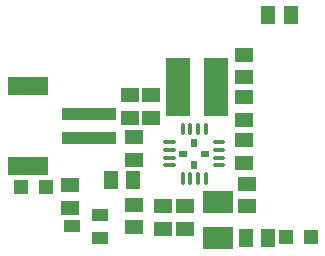
<source format=gbr>
G04 EAGLE Gerber RS-274X export*
G75*
%MOMM*%
%FSLAX34Y34*%
%LPD*%
%INSolderpaste Top*%
%IPPOS*%
%AMOC8*
5,1,8,0,0,1.08239X$1,22.5*%
G01*
%ADD10C,0.350000*%
%ADD11R,0.600000X0.700000*%
%ADD12R,0.700000X0.600000*%
%ADD13R,2.000000X5.000000*%
%ADD14R,1.500000X1.300000*%
%ADD15R,4.600000X1.000000*%
%ADD16R,3.400000X1.600000*%
%ADD17R,1.300000X1.500000*%
%ADD18R,1.200000X1.200000*%
%ADD19R,2.500000X1.950000*%
%ADD20R,1.400000X1.000000*%


D10*
X185930Y74530D02*
X178930Y74530D01*
X178930Y81030D02*
X185930Y81030D01*
X185930Y87530D02*
X178930Y87530D01*
X178930Y94030D02*
X185930Y94030D01*
X171180Y101780D02*
X171180Y108780D01*
X164680Y108780D02*
X164680Y101780D01*
X158180Y101780D02*
X158180Y108780D01*
X151680Y108780D02*
X151680Y101780D01*
X143930Y94030D02*
X136930Y94030D01*
X136930Y87530D02*
X143930Y87530D01*
X143930Y81030D02*
X136930Y81030D01*
X136930Y74530D02*
X143930Y74530D01*
X151680Y66780D02*
X151680Y59780D01*
X158180Y59780D02*
X158180Y66780D01*
X164680Y66780D02*
X164680Y59780D01*
X171180Y59780D02*
X171180Y66780D01*
D11*
X161430Y74780D03*
X161430Y93780D03*
D12*
X170930Y84280D03*
X151930Y84280D03*
D13*
X148010Y141260D03*
X180010Y141260D03*
D14*
X106680Y133960D03*
X106680Y114960D03*
D15*
X72560Y97950D03*
X72560Y117950D03*
D16*
X20560Y73950D03*
X20560Y141950D03*
D14*
X205740Y59030D03*
X205740Y40030D03*
X203700Y95870D03*
X203700Y76870D03*
X203520Y113030D03*
X203520Y132030D03*
D17*
X243180Y201930D03*
X224180Y201930D03*
D14*
X203200Y168250D03*
X203200Y149250D03*
D18*
X239010Y13650D03*
X260010Y13650D03*
D17*
X224130Y12700D03*
X205130Y12700D03*
D14*
X110160Y22240D03*
X110160Y41240D03*
X124460Y133960D03*
X124460Y114960D03*
X153670Y39980D03*
X153670Y20980D03*
X134620Y39980D03*
X134620Y20980D03*
X110490Y98400D03*
X110490Y79400D03*
D17*
X109830Y62230D03*
X90830Y62230D03*
D19*
X181610Y43190D03*
X181610Y12690D03*
D18*
X14900Y55880D03*
X35900Y55880D03*
D14*
X55880Y57760D03*
X55880Y38760D03*
D20*
X57850Y22860D03*
X81850Y32360D03*
X81850Y13360D03*
M02*

</source>
